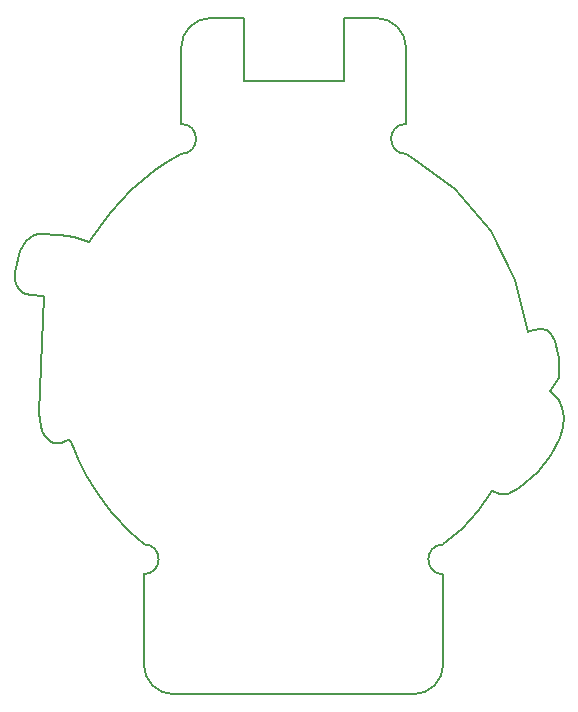
<source format=gbr>
%TF.GenerationSoftware,Novarm,DipTrace,4.3.0.5*%
%TF.CreationDate,2025-06-08T20:07:48-05:00*%
%FSLAX26Y26*%
%MOIN*%
%TF.FileFunction,Profile*%
%TF.Part,Single*%
%ADD12C,0.005512*%
G75*
G01*
%LPD*%
X2105091Y1600050D2*
D12*
X2062585Y1775064D1*
X1980170Y1937296D1*
X1861810Y2077191D1*
X1715524Y2185523D1*
X1698608Y2194972D1*
G02X1698608Y2294972I0J50000D01*
G01*
Y2312741D1*
Y2430524D1*
Y2548305D1*
G03X1598608Y2648306I-100005J-3D01*
G01*
X1490340D1*
Y2577583D1*
Y2506863D1*
Y2436141D1*
X1379238D1*
X1268136D1*
X1157033D1*
Y2506863D1*
Y2577583D1*
Y2648306D1*
X1048766D1*
G03X948768Y2548305I7J-100005D01*
G01*
X948531Y2294960D1*
G02X948608Y2194959I-1J-50001D01*
G01*
X902624Y2167952D1*
X860749Y2139486D1*
X820852Y2108451D1*
X783057Y2074972D1*
X747480Y2039171D1*
X714252Y2001153D1*
X683466Y1961049D1*
X642978Y1899434D1*
X591443Y1916783D1*
X544489Y1925680D1*
X483242Y1928857D1*
X471233Y1927493D1*
X461905Y1924868D1*
X452650Y1920459D1*
X443346Y1913897D1*
X432140Y1902860D1*
X421956Y1888909D1*
X412914Y1869789D1*
X395146Y1799710D1*
X393700Y1783595D1*
X394462Y1772952D1*
X397073Y1762544D1*
X400486Y1754985D1*
X408519Y1743515D1*
X415447Y1736441D1*
X423098Y1731062D1*
X431890Y1727125D1*
X448191Y1723293D1*
X490682Y1719945D1*
X475472Y1331141D1*
X477428Y1307270D1*
X480773Y1288989D1*
X485708Y1272571D1*
X489909Y1262834D1*
X494842Y1254186D1*
X500539Y1246731D1*
X507008Y1240564D1*
X514266Y1235772D1*
X518201Y1233935D1*
X522335Y1232491D1*
X526666Y1231441D1*
X531208Y1230798D1*
X540918Y1230813D1*
X551485Y1232611D1*
X562915Y1236323D1*
X575210Y1242032D1*
X583006Y1234040D1*
X593951Y1205564D1*
X605972Y1177624D1*
X619015Y1150249D1*
X633071Y1123476D1*
X648109Y1097321D1*
X664107Y1071810D1*
X681049Y1046955D1*
X698897Y1022806D1*
X717625Y999369D1*
X737230Y976666D1*
X757663Y954737D1*
X778911Y933594D1*
X800932Y913267D1*
X823726Y893792D1*
G02X823818Y793791I-1J-50001D01*
G01*
X824056Y493699D1*
G03X924057Y393700I100005J6D01*
G01*
X1722797D1*
G03X1822794Y493699I-10J100007D01*
G01*
Y793213D1*
G02X1822794Y893213I1J50000D01*
G01*
X1885039Y944291D1*
X1939304Y1004709D1*
X1983464Y1072348D1*
X2011049Y1060549D1*
X2036772Y1061312D1*
X2076247Y1081692D1*
X2136693Y1133554D1*
X2183228Y1192256D1*
X2211247Y1246193D1*
X2222783Y1285695D1*
X2224934Y1317716D1*
X2219844Y1346730D1*
X2207613Y1373213D1*
X2186456Y1398226D1*
X2179855Y1403805D1*
X2206982Y1446377D1*
X2209776Y1514381D1*
X2196577Y1571640D1*
X2181941Y1595720D1*
X2166852Y1607283D1*
X2149291Y1611822D1*
X2122585Y1607716D1*
X2105747Y1600497D1*
X2105498Y1600378D1*
X2105091Y1600050D1*
M02*

</source>
